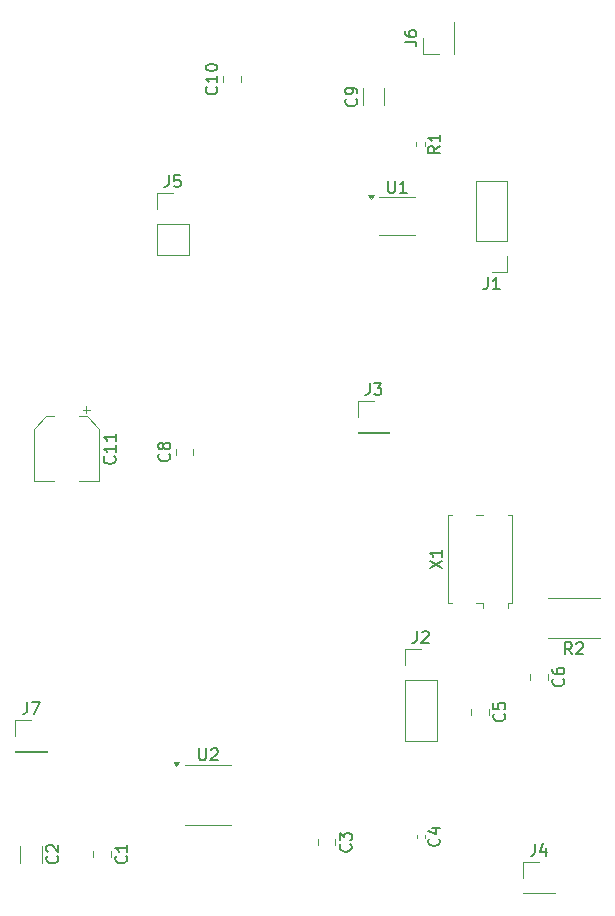
<source format=gbr>
%TF.GenerationSoftware,KiCad,Pcbnew,8.0.4*%
%TF.CreationDate,2024-08-01T00:28:38+02:00*%
%TF.ProjectId,new-signal-gen,6e65772d-7369-4676-9e61-6c2d67656e2e,rev?*%
%TF.SameCoordinates,Original*%
%TF.FileFunction,Legend,Top*%
%TF.FilePolarity,Positive*%
%FSLAX46Y46*%
G04 Gerber Fmt 4.6, Leading zero omitted, Abs format (unit mm)*
G04 Created by KiCad (PCBNEW 8.0.4) date 2024-08-01 00:28:38*
%MOMM*%
%LPD*%
G01*
G04 APERTURE LIST*
%ADD10C,0.150000*%
%ADD11C,0.120000*%
G04 APERTURE END LIST*
D10*
X126666666Y-72512319D02*
X126666666Y-73226604D01*
X126666666Y-73226604D02*
X126619047Y-73369461D01*
X126619047Y-73369461D02*
X126523809Y-73464700D01*
X126523809Y-73464700D02*
X126380952Y-73512319D01*
X126380952Y-73512319D02*
X126285714Y-73512319D01*
X127619047Y-72512319D02*
X127142857Y-72512319D01*
X127142857Y-72512319D02*
X127095238Y-72988509D01*
X127095238Y-72988509D02*
X127142857Y-72940890D01*
X127142857Y-72940890D02*
X127238095Y-72893271D01*
X127238095Y-72893271D02*
X127476190Y-72893271D01*
X127476190Y-72893271D02*
X127571428Y-72940890D01*
X127571428Y-72940890D02*
X127619047Y-72988509D01*
X127619047Y-72988509D02*
X127666666Y-73083747D01*
X127666666Y-73083747D02*
X127666666Y-73321842D01*
X127666666Y-73321842D02*
X127619047Y-73417080D01*
X127619047Y-73417080D02*
X127571428Y-73464700D01*
X127571428Y-73464700D02*
X127476190Y-73512319D01*
X127476190Y-73512319D02*
X127238095Y-73512319D01*
X127238095Y-73512319D02*
X127142857Y-73464700D01*
X127142857Y-73464700D02*
X127095238Y-73417080D01*
X122059580Y-96330357D02*
X122107200Y-96377976D01*
X122107200Y-96377976D02*
X122154819Y-96520833D01*
X122154819Y-96520833D02*
X122154819Y-96616071D01*
X122154819Y-96616071D02*
X122107200Y-96758928D01*
X122107200Y-96758928D02*
X122011961Y-96854166D01*
X122011961Y-96854166D02*
X121916723Y-96901785D01*
X121916723Y-96901785D02*
X121726247Y-96949404D01*
X121726247Y-96949404D02*
X121583390Y-96949404D01*
X121583390Y-96949404D02*
X121392914Y-96901785D01*
X121392914Y-96901785D02*
X121297676Y-96854166D01*
X121297676Y-96854166D02*
X121202438Y-96758928D01*
X121202438Y-96758928D02*
X121154819Y-96616071D01*
X121154819Y-96616071D02*
X121154819Y-96520833D01*
X121154819Y-96520833D02*
X121202438Y-96377976D01*
X121202438Y-96377976D02*
X121250057Y-96330357D01*
X122154819Y-95377976D02*
X122154819Y-95949404D01*
X122154819Y-95663690D02*
X121154819Y-95663690D01*
X121154819Y-95663690D02*
X121297676Y-95758928D01*
X121297676Y-95758928D02*
X121392914Y-95854166D01*
X121392914Y-95854166D02*
X121440533Y-95949404D01*
X122154819Y-94425595D02*
X122154819Y-94997023D01*
X122154819Y-94711309D02*
X121154819Y-94711309D01*
X121154819Y-94711309D02*
X121297676Y-94806547D01*
X121297676Y-94806547D02*
X121392914Y-94901785D01*
X121392914Y-94901785D02*
X121440533Y-94997023D01*
X155039580Y-118116666D02*
X155087200Y-118164285D01*
X155087200Y-118164285D02*
X155134819Y-118307142D01*
X155134819Y-118307142D02*
X155134819Y-118402380D01*
X155134819Y-118402380D02*
X155087200Y-118545237D01*
X155087200Y-118545237D02*
X154991961Y-118640475D01*
X154991961Y-118640475D02*
X154896723Y-118688094D01*
X154896723Y-118688094D02*
X154706247Y-118735713D01*
X154706247Y-118735713D02*
X154563390Y-118735713D01*
X154563390Y-118735713D02*
X154372914Y-118688094D01*
X154372914Y-118688094D02*
X154277676Y-118640475D01*
X154277676Y-118640475D02*
X154182438Y-118545237D01*
X154182438Y-118545237D02*
X154134819Y-118402380D01*
X154134819Y-118402380D02*
X154134819Y-118307142D01*
X154134819Y-118307142D02*
X154182438Y-118164285D01*
X154182438Y-118164285D02*
X154230057Y-118116666D01*
X154134819Y-117211904D02*
X154134819Y-117688094D01*
X154134819Y-117688094D02*
X154611009Y-117735713D01*
X154611009Y-117735713D02*
X154563390Y-117688094D01*
X154563390Y-117688094D02*
X154515771Y-117592856D01*
X154515771Y-117592856D02*
X154515771Y-117354761D01*
X154515771Y-117354761D02*
X154563390Y-117259523D01*
X154563390Y-117259523D02*
X154611009Y-117211904D01*
X154611009Y-117211904D02*
X154706247Y-117164285D01*
X154706247Y-117164285D02*
X154944342Y-117164285D01*
X154944342Y-117164285D02*
X155039580Y-117211904D01*
X155039580Y-117211904D02*
X155087200Y-117259523D01*
X155087200Y-117259523D02*
X155134819Y-117354761D01*
X155134819Y-117354761D02*
X155134819Y-117592856D01*
X155134819Y-117592856D02*
X155087200Y-117688094D01*
X155087200Y-117688094D02*
X155039580Y-117735713D01*
X149624819Y-70044166D02*
X149148628Y-70377499D01*
X149624819Y-70615594D02*
X148624819Y-70615594D01*
X148624819Y-70615594D02*
X148624819Y-70234642D01*
X148624819Y-70234642D02*
X148672438Y-70139404D01*
X148672438Y-70139404D02*
X148720057Y-70091785D01*
X148720057Y-70091785D02*
X148815295Y-70044166D01*
X148815295Y-70044166D02*
X148958152Y-70044166D01*
X148958152Y-70044166D02*
X149053390Y-70091785D01*
X149053390Y-70091785D02*
X149101009Y-70139404D01*
X149101009Y-70139404D02*
X149148628Y-70234642D01*
X149148628Y-70234642D02*
X149148628Y-70615594D01*
X149624819Y-69091785D02*
X149624819Y-69663213D01*
X149624819Y-69377499D02*
X148624819Y-69377499D01*
X148624819Y-69377499D02*
X148767676Y-69472737D01*
X148767676Y-69472737D02*
X148862914Y-69567975D01*
X148862914Y-69567975D02*
X148910533Y-69663213D01*
X130679580Y-65030357D02*
X130727200Y-65077976D01*
X130727200Y-65077976D02*
X130774819Y-65220833D01*
X130774819Y-65220833D02*
X130774819Y-65316071D01*
X130774819Y-65316071D02*
X130727200Y-65458928D01*
X130727200Y-65458928D02*
X130631961Y-65554166D01*
X130631961Y-65554166D02*
X130536723Y-65601785D01*
X130536723Y-65601785D02*
X130346247Y-65649404D01*
X130346247Y-65649404D02*
X130203390Y-65649404D01*
X130203390Y-65649404D02*
X130012914Y-65601785D01*
X130012914Y-65601785D02*
X129917676Y-65554166D01*
X129917676Y-65554166D02*
X129822438Y-65458928D01*
X129822438Y-65458928D02*
X129774819Y-65316071D01*
X129774819Y-65316071D02*
X129774819Y-65220833D01*
X129774819Y-65220833D02*
X129822438Y-65077976D01*
X129822438Y-65077976D02*
X129870057Y-65030357D01*
X130774819Y-64077976D02*
X130774819Y-64649404D01*
X130774819Y-64363690D02*
X129774819Y-64363690D01*
X129774819Y-64363690D02*
X129917676Y-64458928D01*
X129917676Y-64458928D02*
X130012914Y-64554166D01*
X130012914Y-64554166D02*
X130060533Y-64649404D01*
X129774819Y-63458928D02*
X129774819Y-63363690D01*
X129774819Y-63363690D02*
X129822438Y-63268452D01*
X129822438Y-63268452D02*
X129870057Y-63220833D01*
X129870057Y-63220833D02*
X129965295Y-63173214D01*
X129965295Y-63173214D02*
X130155771Y-63125595D01*
X130155771Y-63125595D02*
X130393866Y-63125595D01*
X130393866Y-63125595D02*
X130584342Y-63173214D01*
X130584342Y-63173214D02*
X130679580Y-63220833D01*
X130679580Y-63220833D02*
X130727200Y-63268452D01*
X130727200Y-63268452D02*
X130774819Y-63363690D01*
X130774819Y-63363690D02*
X130774819Y-63458928D01*
X130774819Y-63458928D02*
X130727200Y-63554166D01*
X130727200Y-63554166D02*
X130679580Y-63601785D01*
X130679580Y-63601785D02*
X130584342Y-63649404D01*
X130584342Y-63649404D02*
X130393866Y-63697023D01*
X130393866Y-63697023D02*
X130155771Y-63697023D01*
X130155771Y-63697023D02*
X129965295Y-63649404D01*
X129965295Y-63649404D02*
X129870057Y-63601785D01*
X129870057Y-63601785D02*
X129822438Y-63554166D01*
X129822438Y-63554166D02*
X129774819Y-63458928D01*
X142509580Y-66054166D02*
X142557200Y-66101785D01*
X142557200Y-66101785D02*
X142604819Y-66244642D01*
X142604819Y-66244642D02*
X142604819Y-66339880D01*
X142604819Y-66339880D02*
X142557200Y-66482737D01*
X142557200Y-66482737D02*
X142461961Y-66577975D01*
X142461961Y-66577975D02*
X142366723Y-66625594D01*
X142366723Y-66625594D02*
X142176247Y-66673213D01*
X142176247Y-66673213D02*
X142033390Y-66673213D01*
X142033390Y-66673213D02*
X141842914Y-66625594D01*
X141842914Y-66625594D02*
X141747676Y-66577975D01*
X141747676Y-66577975D02*
X141652438Y-66482737D01*
X141652438Y-66482737D02*
X141604819Y-66339880D01*
X141604819Y-66339880D02*
X141604819Y-66244642D01*
X141604819Y-66244642D02*
X141652438Y-66101785D01*
X141652438Y-66101785D02*
X141700057Y-66054166D01*
X142604819Y-65577975D02*
X142604819Y-65387499D01*
X142604819Y-65387499D02*
X142557200Y-65292261D01*
X142557200Y-65292261D02*
X142509580Y-65244642D01*
X142509580Y-65244642D02*
X142366723Y-65149404D01*
X142366723Y-65149404D02*
X142176247Y-65101785D01*
X142176247Y-65101785D02*
X141795295Y-65101785D01*
X141795295Y-65101785D02*
X141700057Y-65149404D01*
X141700057Y-65149404D02*
X141652438Y-65197023D01*
X141652438Y-65197023D02*
X141604819Y-65292261D01*
X141604819Y-65292261D02*
X141604819Y-65482737D01*
X141604819Y-65482737D02*
X141652438Y-65577975D01*
X141652438Y-65577975D02*
X141700057Y-65625594D01*
X141700057Y-65625594D02*
X141795295Y-65673213D01*
X141795295Y-65673213D02*
X142033390Y-65673213D01*
X142033390Y-65673213D02*
X142128628Y-65625594D01*
X142128628Y-65625594D02*
X142176247Y-65577975D01*
X142176247Y-65577975D02*
X142223866Y-65482737D01*
X142223866Y-65482737D02*
X142223866Y-65292261D01*
X142223866Y-65292261D02*
X142176247Y-65197023D01*
X142176247Y-65197023D02*
X142128628Y-65149404D01*
X142128628Y-65149404D02*
X142033390Y-65101785D01*
X148754819Y-105809523D02*
X149754819Y-105142857D01*
X148754819Y-105142857D02*
X149754819Y-105809523D01*
X149754819Y-104238095D02*
X149754819Y-104809523D01*
X149754819Y-104523809D02*
X148754819Y-104523809D01*
X148754819Y-104523809D02*
X148897676Y-104619047D01*
X148897676Y-104619047D02*
X148992914Y-104714285D01*
X148992914Y-104714285D02*
X149040533Y-104809523D01*
X160795833Y-113074819D02*
X160462500Y-112598628D01*
X160224405Y-113074819D02*
X160224405Y-112074819D01*
X160224405Y-112074819D02*
X160605357Y-112074819D01*
X160605357Y-112074819D02*
X160700595Y-112122438D01*
X160700595Y-112122438D02*
X160748214Y-112170057D01*
X160748214Y-112170057D02*
X160795833Y-112265295D01*
X160795833Y-112265295D02*
X160795833Y-112408152D01*
X160795833Y-112408152D02*
X160748214Y-112503390D01*
X160748214Y-112503390D02*
X160700595Y-112551009D01*
X160700595Y-112551009D02*
X160605357Y-112598628D01*
X160605357Y-112598628D02*
X160224405Y-112598628D01*
X161176786Y-112170057D02*
X161224405Y-112122438D01*
X161224405Y-112122438D02*
X161319643Y-112074819D01*
X161319643Y-112074819D02*
X161557738Y-112074819D01*
X161557738Y-112074819D02*
X161652976Y-112122438D01*
X161652976Y-112122438D02*
X161700595Y-112170057D01*
X161700595Y-112170057D02*
X161748214Y-112265295D01*
X161748214Y-112265295D02*
X161748214Y-112360533D01*
X161748214Y-112360533D02*
X161700595Y-112503390D01*
X161700595Y-112503390D02*
X161129167Y-113074819D01*
X161129167Y-113074819D02*
X161748214Y-113074819D01*
X157666666Y-129124819D02*
X157666666Y-129839104D01*
X157666666Y-129839104D02*
X157619047Y-129981961D01*
X157619047Y-129981961D02*
X157523809Y-130077200D01*
X157523809Y-130077200D02*
X157380952Y-130124819D01*
X157380952Y-130124819D02*
X157285714Y-130124819D01*
X158571428Y-129458152D02*
X158571428Y-130124819D01*
X158333333Y-129077200D02*
X158095238Y-129791485D01*
X158095238Y-129791485D02*
X158714285Y-129791485D01*
X146624819Y-61220833D02*
X147339104Y-61220833D01*
X147339104Y-61220833D02*
X147481961Y-61268452D01*
X147481961Y-61268452D02*
X147577200Y-61363690D01*
X147577200Y-61363690D02*
X147624819Y-61506547D01*
X147624819Y-61506547D02*
X147624819Y-61601785D01*
X146624819Y-60316071D02*
X146624819Y-60506547D01*
X146624819Y-60506547D02*
X146672438Y-60601785D01*
X146672438Y-60601785D02*
X146720057Y-60649404D01*
X146720057Y-60649404D02*
X146862914Y-60744642D01*
X146862914Y-60744642D02*
X147053390Y-60792261D01*
X147053390Y-60792261D02*
X147434342Y-60792261D01*
X147434342Y-60792261D02*
X147529580Y-60744642D01*
X147529580Y-60744642D02*
X147577200Y-60697023D01*
X147577200Y-60697023D02*
X147624819Y-60601785D01*
X147624819Y-60601785D02*
X147624819Y-60411309D01*
X147624819Y-60411309D02*
X147577200Y-60316071D01*
X147577200Y-60316071D02*
X147529580Y-60268452D01*
X147529580Y-60268452D02*
X147434342Y-60220833D01*
X147434342Y-60220833D02*
X147196247Y-60220833D01*
X147196247Y-60220833D02*
X147101009Y-60268452D01*
X147101009Y-60268452D02*
X147053390Y-60316071D01*
X147053390Y-60316071D02*
X147005771Y-60411309D01*
X147005771Y-60411309D02*
X147005771Y-60601785D01*
X147005771Y-60601785D02*
X147053390Y-60697023D01*
X147053390Y-60697023D02*
X147101009Y-60744642D01*
X147101009Y-60744642D02*
X147196247Y-60792261D01*
X123039580Y-130166666D02*
X123087200Y-130214285D01*
X123087200Y-130214285D02*
X123134819Y-130357142D01*
X123134819Y-130357142D02*
X123134819Y-130452380D01*
X123134819Y-130452380D02*
X123087200Y-130595237D01*
X123087200Y-130595237D02*
X122991961Y-130690475D01*
X122991961Y-130690475D02*
X122896723Y-130738094D01*
X122896723Y-130738094D02*
X122706247Y-130785713D01*
X122706247Y-130785713D02*
X122563390Y-130785713D01*
X122563390Y-130785713D02*
X122372914Y-130738094D01*
X122372914Y-130738094D02*
X122277676Y-130690475D01*
X122277676Y-130690475D02*
X122182438Y-130595237D01*
X122182438Y-130595237D02*
X122134819Y-130452380D01*
X122134819Y-130452380D02*
X122134819Y-130357142D01*
X122134819Y-130357142D02*
X122182438Y-130214285D01*
X122182438Y-130214285D02*
X122230057Y-130166666D01*
X123134819Y-129214285D02*
X123134819Y-129785713D01*
X123134819Y-129499999D02*
X122134819Y-129499999D01*
X122134819Y-129499999D02*
X122277676Y-129595237D01*
X122277676Y-129595237D02*
X122372914Y-129690475D01*
X122372914Y-129690475D02*
X122420533Y-129785713D01*
X142039580Y-129166666D02*
X142087200Y-129214285D01*
X142087200Y-129214285D02*
X142134819Y-129357142D01*
X142134819Y-129357142D02*
X142134819Y-129452380D01*
X142134819Y-129452380D02*
X142087200Y-129595237D01*
X142087200Y-129595237D02*
X141991961Y-129690475D01*
X141991961Y-129690475D02*
X141896723Y-129738094D01*
X141896723Y-129738094D02*
X141706247Y-129785713D01*
X141706247Y-129785713D02*
X141563390Y-129785713D01*
X141563390Y-129785713D02*
X141372914Y-129738094D01*
X141372914Y-129738094D02*
X141277676Y-129690475D01*
X141277676Y-129690475D02*
X141182438Y-129595237D01*
X141182438Y-129595237D02*
X141134819Y-129452380D01*
X141134819Y-129452380D02*
X141134819Y-129357142D01*
X141134819Y-129357142D02*
X141182438Y-129214285D01*
X141182438Y-129214285D02*
X141230057Y-129166666D01*
X141134819Y-128833332D02*
X141134819Y-128214285D01*
X141134819Y-128214285D02*
X141515771Y-128547618D01*
X141515771Y-128547618D02*
X141515771Y-128404761D01*
X141515771Y-128404761D02*
X141563390Y-128309523D01*
X141563390Y-128309523D02*
X141611009Y-128261904D01*
X141611009Y-128261904D02*
X141706247Y-128214285D01*
X141706247Y-128214285D02*
X141944342Y-128214285D01*
X141944342Y-128214285D02*
X142039580Y-128261904D01*
X142039580Y-128261904D02*
X142087200Y-128309523D01*
X142087200Y-128309523D02*
X142134819Y-128404761D01*
X142134819Y-128404761D02*
X142134819Y-128690475D01*
X142134819Y-128690475D02*
X142087200Y-128785713D01*
X142087200Y-128785713D02*
X142039580Y-128833332D01*
X129238095Y-121054819D02*
X129238095Y-121864342D01*
X129238095Y-121864342D02*
X129285714Y-121959580D01*
X129285714Y-121959580D02*
X129333333Y-122007200D01*
X129333333Y-122007200D02*
X129428571Y-122054819D01*
X129428571Y-122054819D02*
X129619047Y-122054819D01*
X129619047Y-122054819D02*
X129714285Y-122007200D01*
X129714285Y-122007200D02*
X129761904Y-121959580D01*
X129761904Y-121959580D02*
X129809523Y-121864342D01*
X129809523Y-121864342D02*
X129809523Y-121054819D01*
X130238095Y-121150057D02*
X130285714Y-121102438D01*
X130285714Y-121102438D02*
X130380952Y-121054819D01*
X130380952Y-121054819D02*
X130619047Y-121054819D01*
X130619047Y-121054819D02*
X130714285Y-121102438D01*
X130714285Y-121102438D02*
X130761904Y-121150057D01*
X130761904Y-121150057D02*
X130809523Y-121245295D01*
X130809523Y-121245295D02*
X130809523Y-121340533D01*
X130809523Y-121340533D02*
X130761904Y-121483390D01*
X130761904Y-121483390D02*
X130190476Y-122054819D01*
X130190476Y-122054819D02*
X130809523Y-122054819D01*
X153666666Y-81172319D02*
X153666666Y-81886604D01*
X153666666Y-81886604D02*
X153619047Y-82029461D01*
X153619047Y-82029461D02*
X153523809Y-82124700D01*
X153523809Y-82124700D02*
X153380952Y-82172319D01*
X153380952Y-82172319D02*
X153285714Y-82172319D01*
X154666666Y-82172319D02*
X154095238Y-82172319D01*
X154380952Y-82172319D02*
X154380952Y-81172319D01*
X154380952Y-81172319D02*
X154285714Y-81315176D01*
X154285714Y-81315176D02*
X154190476Y-81410414D01*
X154190476Y-81410414D02*
X154095238Y-81458033D01*
X145238095Y-73004819D02*
X145238095Y-73814342D01*
X145238095Y-73814342D02*
X145285714Y-73909580D01*
X145285714Y-73909580D02*
X145333333Y-73957200D01*
X145333333Y-73957200D02*
X145428571Y-74004819D01*
X145428571Y-74004819D02*
X145619047Y-74004819D01*
X145619047Y-74004819D02*
X145714285Y-73957200D01*
X145714285Y-73957200D02*
X145761904Y-73909580D01*
X145761904Y-73909580D02*
X145809523Y-73814342D01*
X145809523Y-73814342D02*
X145809523Y-73004819D01*
X146809523Y-74004819D02*
X146238095Y-74004819D01*
X146523809Y-74004819D02*
X146523809Y-73004819D01*
X146523809Y-73004819D02*
X146428571Y-73147676D01*
X146428571Y-73147676D02*
X146333333Y-73242914D01*
X146333333Y-73242914D02*
X146238095Y-73290533D01*
X147666666Y-111124819D02*
X147666666Y-111839104D01*
X147666666Y-111839104D02*
X147619047Y-111981961D01*
X147619047Y-111981961D02*
X147523809Y-112077200D01*
X147523809Y-112077200D02*
X147380952Y-112124819D01*
X147380952Y-112124819D02*
X147285714Y-112124819D01*
X148095238Y-111220057D02*
X148142857Y-111172438D01*
X148142857Y-111172438D02*
X148238095Y-111124819D01*
X148238095Y-111124819D02*
X148476190Y-111124819D01*
X148476190Y-111124819D02*
X148571428Y-111172438D01*
X148571428Y-111172438D02*
X148619047Y-111220057D01*
X148619047Y-111220057D02*
X148666666Y-111315295D01*
X148666666Y-111315295D02*
X148666666Y-111410533D01*
X148666666Y-111410533D02*
X148619047Y-111553390D01*
X148619047Y-111553390D02*
X148047619Y-112124819D01*
X148047619Y-112124819D02*
X148666666Y-112124819D01*
X149519580Y-128686666D02*
X149567200Y-128734285D01*
X149567200Y-128734285D02*
X149614819Y-128877142D01*
X149614819Y-128877142D02*
X149614819Y-128972380D01*
X149614819Y-128972380D02*
X149567200Y-129115237D01*
X149567200Y-129115237D02*
X149471961Y-129210475D01*
X149471961Y-129210475D02*
X149376723Y-129258094D01*
X149376723Y-129258094D02*
X149186247Y-129305713D01*
X149186247Y-129305713D02*
X149043390Y-129305713D01*
X149043390Y-129305713D02*
X148852914Y-129258094D01*
X148852914Y-129258094D02*
X148757676Y-129210475D01*
X148757676Y-129210475D02*
X148662438Y-129115237D01*
X148662438Y-129115237D02*
X148614819Y-128972380D01*
X148614819Y-128972380D02*
X148614819Y-128877142D01*
X148614819Y-128877142D02*
X148662438Y-128734285D01*
X148662438Y-128734285D02*
X148710057Y-128686666D01*
X148948152Y-127829523D02*
X149614819Y-127829523D01*
X148567200Y-128067618D02*
X149281485Y-128305713D01*
X149281485Y-128305713D02*
X149281485Y-127686666D01*
X117209580Y-130166666D02*
X117257200Y-130214285D01*
X117257200Y-130214285D02*
X117304819Y-130357142D01*
X117304819Y-130357142D02*
X117304819Y-130452380D01*
X117304819Y-130452380D02*
X117257200Y-130595237D01*
X117257200Y-130595237D02*
X117161961Y-130690475D01*
X117161961Y-130690475D02*
X117066723Y-130738094D01*
X117066723Y-130738094D02*
X116876247Y-130785713D01*
X116876247Y-130785713D02*
X116733390Y-130785713D01*
X116733390Y-130785713D02*
X116542914Y-130738094D01*
X116542914Y-130738094D02*
X116447676Y-130690475D01*
X116447676Y-130690475D02*
X116352438Y-130595237D01*
X116352438Y-130595237D02*
X116304819Y-130452380D01*
X116304819Y-130452380D02*
X116304819Y-130357142D01*
X116304819Y-130357142D02*
X116352438Y-130214285D01*
X116352438Y-130214285D02*
X116400057Y-130166666D01*
X116400057Y-129785713D02*
X116352438Y-129738094D01*
X116352438Y-129738094D02*
X116304819Y-129642856D01*
X116304819Y-129642856D02*
X116304819Y-129404761D01*
X116304819Y-129404761D02*
X116352438Y-129309523D01*
X116352438Y-129309523D02*
X116400057Y-129261904D01*
X116400057Y-129261904D02*
X116495295Y-129214285D01*
X116495295Y-129214285D02*
X116590533Y-129214285D01*
X116590533Y-129214285D02*
X116733390Y-129261904D01*
X116733390Y-129261904D02*
X117304819Y-129833332D01*
X117304819Y-129833332D02*
X117304819Y-129214285D01*
X160039580Y-115166666D02*
X160087200Y-115214285D01*
X160087200Y-115214285D02*
X160134819Y-115357142D01*
X160134819Y-115357142D02*
X160134819Y-115452380D01*
X160134819Y-115452380D02*
X160087200Y-115595237D01*
X160087200Y-115595237D02*
X159991961Y-115690475D01*
X159991961Y-115690475D02*
X159896723Y-115738094D01*
X159896723Y-115738094D02*
X159706247Y-115785713D01*
X159706247Y-115785713D02*
X159563390Y-115785713D01*
X159563390Y-115785713D02*
X159372914Y-115738094D01*
X159372914Y-115738094D02*
X159277676Y-115690475D01*
X159277676Y-115690475D02*
X159182438Y-115595237D01*
X159182438Y-115595237D02*
X159134819Y-115452380D01*
X159134819Y-115452380D02*
X159134819Y-115357142D01*
X159134819Y-115357142D02*
X159182438Y-115214285D01*
X159182438Y-115214285D02*
X159230057Y-115166666D01*
X159134819Y-114309523D02*
X159134819Y-114499999D01*
X159134819Y-114499999D02*
X159182438Y-114595237D01*
X159182438Y-114595237D02*
X159230057Y-114642856D01*
X159230057Y-114642856D02*
X159372914Y-114738094D01*
X159372914Y-114738094D02*
X159563390Y-114785713D01*
X159563390Y-114785713D02*
X159944342Y-114785713D01*
X159944342Y-114785713D02*
X160039580Y-114738094D01*
X160039580Y-114738094D02*
X160087200Y-114690475D01*
X160087200Y-114690475D02*
X160134819Y-114595237D01*
X160134819Y-114595237D02*
X160134819Y-114404761D01*
X160134819Y-114404761D02*
X160087200Y-114309523D01*
X160087200Y-114309523D02*
X160039580Y-114261904D01*
X160039580Y-114261904D02*
X159944342Y-114214285D01*
X159944342Y-114214285D02*
X159706247Y-114214285D01*
X159706247Y-114214285D02*
X159611009Y-114261904D01*
X159611009Y-114261904D02*
X159563390Y-114309523D01*
X159563390Y-114309523D02*
X159515771Y-114404761D01*
X159515771Y-114404761D02*
X159515771Y-114595237D01*
X159515771Y-114595237D02*
X159563390Y-114690475D01*
X159563390Y-114690475D02*
X159611009Y-114738094D01*
X159611009Y-114738094D02*
X159706247Y-114785713D01*
X126679580Y-96104166D02*
X126727200Y-96151785D01*
X126727200Y-96151785D02*
X126774819Y-96294642D01*
X126774819Y-96294642D02*
X126774819Y-96389880D01*
X126774819Y-96389880D02*
X126727200Y-96532737D01*
X126727200Y-96532737D02*
X126631961Y-96627975D01*
X126631961Y-96627975D02*
X126536723Y-96675594D01*
X126536723Y-96675594D02*
X126346247Y-96723213D01*
X126346247Y-96723213D02*
X126203390Y-96723213D01*
X126203390Y-96723213D02*
X126012914Y-96675594D01*
X126012914Y-96675594D02*
X125917676Y-96627975D01*
X125917676Y-96627975D02*
X125822438Y-96532737D01*
X125822438Y-96532737D02*
X125774819Y-96389880D01*
X125774819Y-96389880D02*
X125774819Y-96294642D01*
X125774819Y-96294642D02*
X125822438Y-96151785D01*
X125822438Y-96151785D02*
X125870057Y-96104166D01*
X126203390Y-95532737D02*
X126155771Y-95627975D01*
X126155771Y-95627975D02*
X126108152Y-95675594D01*
X126108152Y-95675594D02*
X126012914Y-95723213D01*
X126012914Y-95723213D02*
X125965295Y-95723213D01*
X125965295Y-95723213D02*
X125870057Y-95675594D01*
X125870057Y-95675594D02*
X125822438Y-95627975D01*
X125822438Y-95627975D02*
X125774819Y-95532737D01*
X125774819Y-95532737D02*
X125774819Y-95342261D01*
X125774819Y-95342261D02*
X125822438Y-95247023D01*
X125822438Y-95247023D02*
X125870057Y-95199404D01*
X125870057Y-95199404D02*
X125965295Y-95151785D01*
X125965295Y-95151785D02*
X126012914Y-95151785D01*
X126012914Y-95151785D02*
X126108152Y-95199404D01*
X126108152Y-95199404D02*
X126155771Y-95247023D01*
X126155771Y-95247023D02*
X126203390Y-95342261D01*
X126203390Y-95342261D02*
X126203390Y-95532737D01*
X126203390Y-95532737D02*
X126251009Y-95627975D01*
X126251009Y-95627975D02*
X126298628Y-95675594D01*
X126298628Y-95675594D02*
X126393866Y-95723213D01*
X126393866Y-95723213D02*
X126584342Y-95723213D01*
X126584342Y-95723213D02*
X126679580Y-95675594D01*
X126679580Y-95675594D02*
X126727200Y-95627975D01*
X126727200Y-95627975D02*
X126774819Y-95532737D01*
X126774819Y-95532737D02*
X126774819Y-95342261D01*
X126774819Y-95342261D02*
X126727200Y-95247023D01*
X126727200Y-95247023D02*
X126679580Y-95199404D01*
X126679580Y-95199404D02*
X126584342Y-95151785D01*
X126584342Y-95151785D02*
X126393866Y-95151785D01*
X126393866Y-95151785D02*
X126298628Y-95199404D01*
X126298628Y-95199404D02*
X126251009Y-95247023D01*
X126251009Y-95247023D02*
X126203390Y-95342261D01*
X143666666Y-90124819D02*
X143666666Y-90839104D01*
X143666666Y-90839104D02*
X143619047Y-90981961D01*
X143619047Y-90981961D02*
X143523809Y-91077200D01*
X143523809Y-91077200D02*
X143380952Y-91124819D01*
X143380952Y-91124819D02*
X143285714Y-91124819D01*
X144047619Y-90124819D02*
X144666666Y-90124819D01*
X144666666Y-90124819D02*
X144333333Y-90505771D01*
X144333333Y-90505771D02*
X144476190Y-90505771D01*
X144476190Y-90505771D02*
X144571428Y-90553390D01*
X144571428Y-90553390D02*
X144619047Y-90601009D01*
X144619047Y-90601009D02*
X144666666Y-90696247D01*
X144666666Y-90696247D02*
X144666666Y-90934342D01*
X144666666Y-90934342D02*
X144619047Y-91029580D01*
X144619047Y-91029580D02*
X144571428Y-91077200D01*
X144571428Y-91077200D02*
X144476190Y-91124819D01*
X144476190Y-91124819D02*
X144190476Y-91124819D01*
X144190476Y-91124819D02*
X144095238Y-91077200D01*
X144095238Y-91077200D02*
X144047619Y-91029580D01*
X114666666Y-117124819D02*
X114666666Y-117839104D01*
X114666666Y-117839104D02*
X114619047Y-117981961D01*
X114619047Y-117981961D02*
X114523809Y-118077200D01*
X114523809Y-118077200D02*
X114380952Y-118124819D01*
X114380952Y-118124819D02*
X114285714Y-118124819D01*
X115047619Y-117124819D02*
X115714285Y-117124819D01*
X115714285Y-117124819D02*
X115285714Y-118124819D01*
D11*
%TO.C,J5*%
X125670000Y-74057500D02*
X127000000Y-74057500D01*
X125670000Y-75387500D02*
X125670000Y-74057500D01*
X125670000Y-76657500D02*
X125670000Y-79257500D01*
X125670000Y-76657500D02*
X128330000Y-76657500D01*
X125670000Y-79257500D02*
X128330000Y-79257500D01*
X128330000Y-76657500D02*
X128330000Y-79257500D01*
%TO.C,C11*%
X115240000Y-93991937D02*
X115240000Y-98447500D01*
X115240000Y-98447500D02*
X116940000Y-98447500D01*
X116304437Y-92927500D02*
X115240000Y-93991937D01*
X116304437Y-92927500D02*
X116940000Y-92927500D01*
X119685000Y-92062500D02*
X119685000Y-92687500D01*
X119695563Y-92927500D02*
X119060000Y-92927500D01*
X119695563Y-92927500D02*
X120760000Y-93991937D01*
X119997500Y-92375000D02*
X119372500Y-92375000D01*
X120760000Y-93991937D02*
X120760000Y-98447500D01*
X120760000Y-98447500D02*
X119060000Y-98447500D01*
%TO.C,C5*%
X152265000Y-117688748D02*
X152265000Y-118211252D01*
X153735000Y-117688748D02*
X153735000Y-118211252D01*
%TO.C,R1*%
X147620000Y-69723859D02*
X147620000Y-70031141D01*
X148380000Y-69723859D02*
X148380000Y-70031141D01*
%TO.C,C10*%
X131265000Y-64648752D02*
X131265000Y-64126248D01*
X132735000Y-64648752D02*
X132735000Y-64126248D01*
%TO.C,C9*%
X143090000Y-66598752D02*
X143090000Y-65176248D01*
X144910000Y-66598752D02*
X144910000Y-65176248D01*
%TO.C,X1*%
X150300000Y-101300000D02*
X150600000Y-101300000D01*
X150300000Y-108700000D02*
X150300000Y-101300000D01*
X150600000Y-108700000D02*
X150300000Y-108700000D01*
X152700000Y-101300000D02*
X153300000Y-101300000D01*
X153300000Y-108700000D02*
X152700000Y-108700000D01*
X153300000Y-109200000D02*
X153300000Y-108700000D01*
X155400000Y-108700000D02*
X155700000Y-108700000D01*
X155400000Y-109200000D02*
X155400000Y-108700000D01*
X155700000Y-101300000D02*
X155400000Y-101300000D01*
X155700000Y-108700000D02*
X155700000Y-101300000D01*
%TO.C,R2*%
X163139564Y-108290000D02*
X158785436Y-108290000D01*
X163139564Y-111710000D02*
X158785436Y-111710000D01*
%TO.C,J4*%
X156670000Y-130670000D02*
X158000000Y-130670000D01*
X156670000Y-132000000D02*
X156670000Y-130670000D01*
X156670000Y-133270000D02*
X156670000Y-133330000D01*
X156670000Y-133270000D02*
X159330000Y-133270000D01*
X156670000Y-133330000D02*
X159330000Y-133330000D01*
X159330000Y-133270000D02*
X159330000Y-133330000D01*
%TO.C,J6*%
X148170000Y-62217500D02*
X148170000Y-60887500D01*
X149500000Y-62217500D02*
X148170000Y-62217500D01*
X150770000Y-59557500D02*
X150830000Y-59557500D01*
X150770000Y-62217500D02*
X150770000Y-59557500D01*
X150770000Y-62217500D02*
X150830000Y-62217500D01*
X150830000Y-62217500D02*
X150830000Y-59557500D01*
%TO.C,C1*%
X120265000Y-129738748D02*
X120265000Y-130261252D01*
X121735000Y-129738748D02*
X121735000Y-130261252D01*
%TO.C,C3*%
X139265000Y-128738748D02*
X139265000Y-129261252D01*
X140735000Y-128738748D02*
X140735000Y-129261252D01*
%TO.C,U2*%
X130000000Y-122440000D02*
X128050000Y-122440000D01*
X130000000Y-122440000D02*
X131950000Y-122440000D01*
X130000000Y-127560000D02*
X128050000Y-127560000D01*
X130000000Y-127560000D02*
X131950000Y-127560000D01*
X127300000Y-122535000D02*
X127060000Y-122205000D01*
X127540000Y-122205000D01*
X127300000Y-122535000D01*
G36*
X127300000Y-122535000D02*
G01*
X127060000Y-122205000D01*
X127540000Y-122205000D01*
X127300000Y-122535000D01*
G37*
%TO.C,J1*%
X152670000Y-78117500D02*
X152670000Y-72977500D01*
X155330000Y-72977500D02*
X152670000Y-72977500D01*
X155330000Y-78117500D02*
X152670000Y-78117500D01*
X155330000Y-78117500D02*
X155330000Y-72977500D01*
X155330000Y-79387500D02*
X155330000Y-80717500D01*
X155330000Y-80717500D02*
X154000000Y-80717500D01*
%TO.C,U1*%
X146000000Y-74390000D02*
X144500000Y-74390000D01*
X146000000Y-74390000D02*
X147500000Y-74390000D01*
X146000000Y-77610000D02*
X144500000Y-77610000D01*
X146000000Y-77610000D02*
X147500000Y-77610000D01*
X143787500Y-74565000D02*
X143547500Y-74235000D01*
X144027500Y-74235000D01*
X143787500Y-74565000D01*
G36*
X143787500Y-74565000D02*
G01*
X143547500Y-74235000D01*
X144027500Y-74235000D01*
X143787500Y-74565000D01*
G37*
%TO.C,J2*%
X146670000Y-112670000D02*
X148000000Y-112670000D01*
X146670000Y-114000000D02*
X146670000Y-112670000D01*
X146670000Y-115270000D02*
X146670000Y-120410000D01*
X146670000Y-115270000D02*
X149330000Y-115270000D01*
X146670000Y-120410000D02*
X149330000Y-120410000D01*
X149330000Y-115270000D02*
X149330000Y-120410000D01*
%TO.C,C4*%
X147640000Y-128412164D02*
X147640000Y-128627836D01*
X148360000Y-128412164D02*
X148360000Y-128627836D01*
%TO.C,C2*%
X114090000Y-129288748D02*
X114090000Y-130711252D01*
X115910000Y-129288748D02*
X115910000Y-130711252D01*
%TO.C,C6*%
X157265000Y-114738748D02*
X157265000Y-115261252D01*
X158735000Y-114738748D02*
X158735000Y-115261252D01*
%TO.C,C8*%
X127265000Y-96198752D02*
X127265000Y-95676248D01*
X128735000Y-96198752D02*
X128735000Y-95676248D01*
%TO.C,J3*%
X142670000Y-91670000D02*
X144000000Y-91670000D01*
X142670000Y-93000000D02*
X142670000Y-91670000D01*
X142670000Y-94270000D02*
X142670000Y-94330000D01*
X142670000Y-94270000D02*
X145330000Y-94270000D01*
X142670000Y-94330000D02*
X145330000Y-94330000D01*
X145330000Y-94270000D02*
X145330000Y-94330000D01*
%TO.C,J7*%
X113670000Y-118670000D02*
X115000000Y-118670000D01*
X113670000Y-120000000D02*
X113670000Y-118670000D01*
X113670000Y-121270000D02*
X113670000Y-121330000D01*
X113670000Y-121270000D02*
X116330000Y-121270000D01*
X113670000Y-121330000D02*
X116330000Y-121330000D01*
X116330000Y-121270000D02*
X116330000Y-121330000D01*
%TD*%
M02*

</source>
